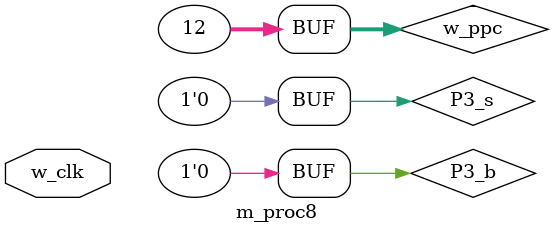
<source format=v>
module m_proc8(w_clk);
  input wire w_clk;
  reg [31:0] P1_ir=32'h13, P1_pc=0, P2_pc=0, P3_pc=0;
  reg [31:0] P2_r1=0, P2_s2=0, P2_r2=0, P2_tpc=0;
  reg [31:0] P3_alu=0, P3_ldd=0;
  reg P2_r=0, P2_s=0, P2_b=0, P2_ld=0, P3_s=0, P3_b=0, P3_ld=0;
  reg [4:0] P2_rd=0, P2_rs1=0, P2_rs2=0, P3_rd=0;
  reg P1_v=0, P2_v=0, P3_v=0;
  wire [31:0] w_npc, w_ir, w_imm, w_r1, w_r2, w_s2, w_rt;
  wire [31:0] w_alu, w_ldd, w_tpc, w_pcin, w_in1, w_in2, w_in3;
  wire w_r, w_i, w_s, w_b, w_u, w_j, w_ld, w_tkn;
  reg [31:0] r_pc=0;
  wire [31:0] w_ppc = 32'hc;
  wire w_bp_tkn = (r_pc==32'h14);
  wire [31:0] w_truepc = (P2_v & P2_b & w_tkn) ? P2_tpc : P2_pc+4;
  wire w_miss = P2_v & P2_b & P1_v & (P1_pc!=w_truepc);
  assign w_pcin = (w_miss) ? w_truepc : (w_bp_tkn) ? w_ppc : w_npc;
  m_adder m2 (32'h4, r_pc, w_npc);
  m_am_imem m3 (r_pc, w_ir);
  m_gen_imm m4 (P1_ir, w_imm, w_r, w_i, w_s, w_b, w_u, w_j, w_ld);
  m_RF2 m5 (w_clk, P1_ir[19:15], P1_ir[24:20], w_r1, w_r2,
          P3_rd, !P3_s & !P3_b & P3_v, w_rt);
  m_adder m6 (w_imm, P1_pc, w_tpc);
  m_mux m7 (w_r2, w_imm, !w_r & !w_b, w_s2);
  always @(posedge w_clk) begin
    {P1_v, P2_v, P3_v} <= {!w_miss, !w_miss & P1_v, P2_v};
    {r_pc, P1_ir, P1_pc, P2_pc} <= {w_pcin, w_ir, r_pc, P1_pc};
    {P2_r1, P2_r2, P2_s2, P2_tpc} <= {w_r1, w_r2, w_s2, w_tpc};
    {P2_r, P2_s, P2_b, P2_ld} <= {w_r, w_s, w_b, w_ld};
    {P2_rs2, P2_rs1, P2_rd} <= {P1_ir[24:15], P1_ir[11:7]};
    {P3_pc, P3_ld} <= {P2_pc, P2_ld};
    {P3_alu, P3_ldd, P3_rd} <= {w_alu, w_ldd, P2_rd};
  end
  m_alu m8 (w_in1, w_in2, w_alu, w_tkn);
  m_am_dmem m9 (w_clk, w_alu, P2_s & P2_v, w_in3, w_ldd);
  m_mux m10 (P3_alu, P3_ldd, P3_ld, w_rt);
  wire w_f =!P3_s & !P3_b & |P3_rd & P3_v;
  m_mux m11 (P2_r1, w_rt, w_f & P2_rs1==P3_rd, w_in1);
  m_mux M12 (P2_s2, w_rt, w_f & P2_rs2==P3_rd & (P2_r|P2_b), w_in2);
  m_mux m13 (P2_r2, w_rt, w_f & P2_rs2==P3_rd, w_in3);
endmodule

</source>
